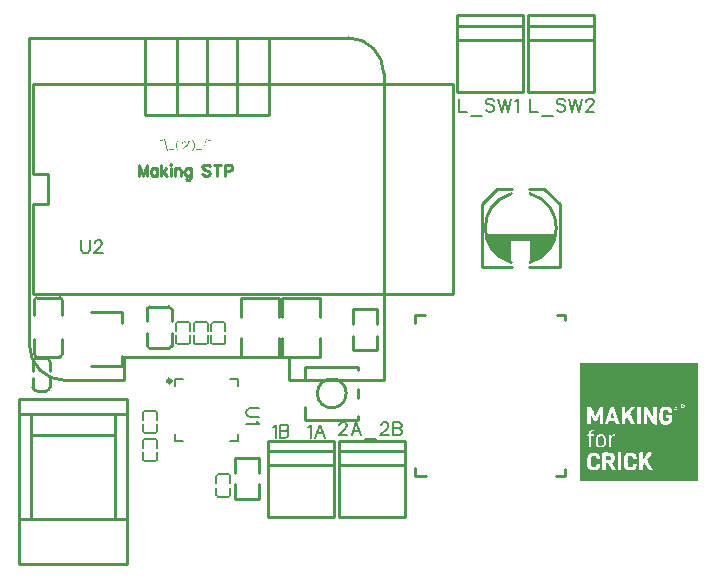
<source format=gto>
G04 Layer: TopSilkLayer*
G04 EasyEDA v6.4.25, 2021-11-25T17:10:39+00:00*
G04 af4d78e2c0a6465aa0e43a92e4f8f8c3,fa2b77c0ec1047208735ea1b46d97466,10*
G04 Gerber Generator version 0.2*
G04 Scale: 100 percent, Rotated: No, Reflected: No *
G04 Dimensions in millimeters *
G04 leading zeros omitted , absolute positions ,4 integer and 5 decimal *
%FSLAX45Y45*%
%MOMM*%

%ADD10C,0.2540*%
%ADD13C,0.3000*%
%ADD34C,0.1500*%
%ADD35C,0.2000*%
%ADD36C,0.1524*%
%ADD37C,0.2500*%

%LPD*%
G36*
X4760010Y1300022D02*
G01*
X4760010Y926642D01*
X4855768Y926642D01*
X4877003Y880821D01*
X4883607Y867359D01*
X4890871Y854049D01*
X4892294Y852068D01*
X4893056Y851509D01*
X4895138Y854913D01*
X4905044Y875233D01*
X4928362Y926490D01*
X4960010Y926642D01*
X4960010Y780846D01*
X4970881Y780846D01*
X5009083Y888034D01*
X5023154Y926642D01*
X5143093Y926642D01*
X5145024Y862533D01*
X5191658Y926642D01*
X5329885Y926642D01*
X5381650Y838555D01*
X5383530Y926642D01*
X5413349Y926642D01*
X5413349Y845261D01*
X5433415Y845261D01*
X5433974Y864260D01*
X5435244Y881126D01*
X5436209Y888136D01*
X5437428Y894384D01*
X5438952Y899871D01*
X5440832Y904697D01*
X5443067Y908913D01*
X5445709Y912621D01*
X5448808Y915873D01*
X5452364Y918768D01*
X5456428Y921359D01*
X5461050Y923747D01*
X5465470Y925474D01*
X5470398Y926896D01*
X5475681Y927963D01*
X5481269Y928624D01*
X5486958Y928979D01*
X5492750Y928979D01*
X5498388Y928624D01*
X5503926Y927912D01*
X5509158Y926896D01*
X5513984Y925525D01*
X5518251Y923798D01*
X5521960Y921816D01*
X5526024Y918616D01*
X5529935Y914704D01*
X5532470Y911606D01*
X5553354Y911606D01*
X5553913Y915263D01*
X5555589Y916432D01*
X5558231Y915060D01*
X5563717Y909015D01*
X5566105Y907694D01*
X5568645Y907237D01*
X5571185Y907694D01*
X5575808Y910945D01*
X5576265Y914958D01*
X5572810Y918971D01*
X5558637Y925525D01*
X5554522Y930300D01*
X5553811Y935888D01*
X5556808Y941832D01*
X5561888Y945337D01*
X5568391Y946505D01*
X5574944Y945235D01*
X5577581Y943356D01*
X5586679Y943356D01*
X5587847Y944626D01*
X5591098Y945692D01*
X5595823Y946403D01*
X5601665Y946658D01*
X5631281Y946658D01*
X5635955Y946302D01*
X5640374Y945235D01*
X5644083Y943711D01*
X5646521Y941832D01*
X5647994Y939393D01*
X5649010Y936193D01*
X5649518Y932738D01*
X5649417Y929335D01*
X5648350Y921664D01*
X5626658Y919581D01*
X5626658Y911656D01*
X5626404Y908405D01*
X5625693Y905459D01*
X5624626Y903071D01*
X5623356Y901649D01*
X5621934Y902411D01*
X5620867Y906373D01*
X5620207Y913333D01*
X5620004Y923137D01*
X5620004Y946658D01*
X5601665Y946658D01*
X5607507Y946403D01*
X5612282Y945692D01*
X5615482Y944626D01*
X5616651Y943356D01*
X5616143Y942035D01*
X5614720Y940968D01*
X5612587Y940257D01*
X5609996Y940003D01*
X5603341Y940003D01*
X5603341Y919784D01*
X5603087Y911453D01*
X5602427Y905510D01*
X5601411Y902208D01*
X5599988Y901649D01*
X5598718Y903884D01*
X5597652Y908456D01*
X5596940Y914653D01*
X5596432Y930554D01*
X5595620Y936142D01*
X5594045Y939139D01*
X5591657Y940003D01*
X5589727Y940257D01*
X5588152Y940968D01*
X5587085Y942035D01*
X5586679Y943356D01*
X5577581Y943356D01*
X5580075Y941578D01*
X5582716Y937209D01*
X5582208Y934821D01*
X5579059Y934669D01*
X5570270Y939037D01*
X5567527Y939698D01*
X5565190Y939292D01*
X5563057Y937717D01*
X5560974Y933958D01*
X5561634Y930402D01*
X5564632Y927709D01*
X5569559Y926642D01*
X5574284Y925931D01*
X5578094Y923899D01*
X5580888Y920902D01*
X5582564Y917295D01*
X5583021Y913384D01*
X5582158Y909472D01*
X5579973Y905967D01*
X5576265Y903122D01*
X5569051Y901395D01*
X5561584Y902716D01*
X5555691Y906322D01*
X5553354Y911606D01*
X5532470Y911606D01*
X5533593Y910234D01*
X5536793Y905357D01*
X5539486Y900328D01*
X5541518Y895248D01*
X5542838Y890371D01*
X5543346Y885850D01*
X5543346Y876655D01*
X5513324Y876655D01*
X5513324Y883107D01*
X5510784Y889711D01*
X5504484Y896264D01*
X5496204Y901344D01*
X5487873Y903325D01*
X5483453Y902919D01*
X5479440Y901649D01*
X5475935Y899515D01*
X5472836Y896518D01*
X5470194Y892657D01*
X5468010Y887933D01*
X5466232Y882396D01*
X5464911Y875944D01*
X5464048Y868629D01*
X5463641Y860399D01*
X5463641Y851357D01*
X5464098Y841400D01*
X5465013Y831138D01*
X5466384Y822807D01*
X5468315Y816203D01*
X5470906Y811123D01*
X5474309Y807466D01*
X5478576Y805078D01*
X5483910Y803757D01*
X5490311Y803351D01*
X5495340Y803757D01*
X5499811Y804926D01*
X5503722Y806856D01*
X5507075Y809447D01*
X5509717Y812698D01*
X5511698Y816508D01*
X5512917Y820877D01*
X5513324Y825753D01*
X5513324Y833323D01*
X5486654Y833323D01*
X5486654Y859993D01*
X5543346Y859993D01*
X5543092Y830834D01*
X5542534Y824433D01*
X5541670Y818337D01*
X5540502Y812596D01*
X5539028Y807262D01*
X5537250Y802284D01*
X5535218Y797763D01*
X5532882Y793648D01*
X5530291Y790041D01*
X5527446Y786942D01*
X5524398Y784352D01*
X5521096Y782320D01*
X5514543Y779424D01*
X5507786Y777240D01*
X5500928Y775716D01*
X5494020Y774903D01*
X5487162Y774750D01*
X5480405Y775309D01*
X5473852Y776478D01*
X5467604Y778306D01*
X5461711Y780796D01*
X5456224Y783894D01*
X5451246Y787603D01*
X5446877Y791921D01*
X5444083Y795375D01*
X5441696Y799084D01*
X5439562Y802995D01*
X5437835Y807364D01*
X5436362Y812088D01*
X5435244Y817372D01*
X5434380Y823264D01*
X5433822Y829818D01*
X5433415Y845261D01*
X5413349Y845261D01*
X5413349Y776325D01*
X5382361Y778357D01*
X5331663Y862584D01*
X5329834Y776681D01*
X5300014Y776681D01*
X5300014Y926642D01*
X5276646Y926642D01*
X5276646Y776681D01*
X5246674Y776681D01*
X5246674Y926642D01*
X5215940Y926592D01*
X5225288Y925982D01*
X5226659Y925525D01*
X5224983Y922883D01*
X5196586Y885647D01*
X5189677Y876249D01*
X5185054Y869340D01*
X5183327Y866038D01*
X5185054Y861923D01*
X5189626Y852982D01*
X5220614Y797610D01*
X5225948Y787704D01*
X5228488Y782523D01*
X5230723Y776681D01*
X5197144Y776681D01*
X5162600Y840536D01*
X5143347Y822096D01*
X5143347Y776681D01*
X5113324Y776681D01*
X5113324Y926642D01*
X5049062Y926642D01*
X5084470Y825804D01*
X5094732Y795782D01*
X5100066Y778967D01*
X5098796Y778002D01*
X5095443Y777392D01*
X5090464Y777138D01*
X5084419Y777341D01*
X5068874Y778357D01*
X5059426Y806653D01*
X5010861Y806653D01*
X5002479Y776681D01*
X4985867Y776681D01*
X4978349Y776884D01*
X4973472Y777646D01*
X4971084Y778916D01*
X4970881Y780846D01*
X4960010Y780846D01*
X4960010Y776681D01*
X4929987Y776681D01*
X4929428Y861669D01*
X4903063Y806653D01*
X4881473Y806653D01*
X4857089Y855014D01*
X4856683Y776681D01*
X4823358Y776681D01*
X4823358Y926642D01*
X4760010Y926642D01*
X4760010Y686663D01*
X4823358Y686663D01*
X4823764Y689559D01*
X4824984Y691642D01*
X4827066Y692912D01*
X4830013Y693318D01*
X4836668Y693318D01*
X4836668Y704545D01*
X4837226Y709625D01*
X4838649Y715060D01*
X4840884Y720242D01*
X4843576Y724560D01*
X4850485Y733348D01*
X4876647Y733348D01*
X4876647Y726643D01*
X4876241Y723646D01*
X4874869Y721563D01*
X4872482Y720394D01*
X4862220Y718870D01*
X4857343Y715568D01*
X4854346Y710133D01*
X4853330Y702665D01*
X4853330Y693318D01*
X4876647Y693318D01*
X4876647Y680008D01*
X4853330Y680008D01*
X4853330Y640283D01*
X4894986Y640283D01*
X4895037Y669544D01*
X4901996Y678942D01*
X4905552Y682955D01*
X4909718Y686409D01*
X4914493Y689356D01*
X4919675Y691692D01*
X4925212Y693470D01*
X4931003Y694639D01*
X4936896Y695198D01*
X4942840Y695147D01*
X4948682Y694436D01*
X4954371Y693013D01*
X4959756Y690981D01*
X4964734Y688187D01*
X4968798Y685088D01*
X4972100Y681380D01*
X4974742Y676910D01*
X4976825Y671525D01*
X4978298Y664921D01*
X4979263Y656945D01*
X4979822Y647446D01*
X4980025Y636168D01*
X4980025Y605993D01*
X4957318Y583336D01*
X5006695Y583336D01*
X5006695Y693318D01*
X5015026Y693318D01*
X5018633Y692962D01*
X5021224Y691946D01*
X5022799Y690219D01*
X5023358Y687832D01*
X5023358Y682294D01*
X5029149Y687374D01*
X5034432Y691388D01*
X5039817Y694080D01*
X5045710Y695706D01*
X5052517Y696417D01*
X5059984Y696671D01*
X5059984Y680008D01*
X5049875Y680008D01*
X5045049Y679450D01*
X5040223Y677824D01*
X5035651Y675233D01*
X5031536Y671830D01*
X5023358Y663651D01*
X5023358Y583336D01*
X4933899Y583488D01*
X4928158Y583946D01*
X4923028Y584809D01*
X4918354Y586028D01*
X4914188Y587654D01*
X4910480Y589737D01*
X4907280Y592226D01*
X4904435Y595274D01*
X4902047Y598779D01*
X4900066Y602894D01*
X4898440Y607517D01*
X4897120Y612749D01*
X4896154Y618642D01*
X4895494Y625144D01*
X4894986Y640283D01*
X4853330Y640283D01*
X4853330Y583336D01*
X4836668Y583336D01*
X4836668Y680008D01*
X4830013Y680008D01*
X4827066Y680415D01*
X4824984Y681685D01*
X4823764Y683768D01*
X4823358Y686663D01*
X4760010Y686663D01*
X4760010Y428091D01*
X4823358Y428091D01*
X4823409Y470560D01*
X4824018Y486003D01*
X4824577Y492506D01*
X4825339Y498348D01*
X4826304Y503580D01*
X4827473Y508254D01*
X4828946Y512470D01*
X4830622Y516229D01*
X4832604Y519684D01*
X4834839Y522884D01*
X4837430Y525881D01*
X4841443Y529945D01*
X4845405Y533146D01*
X4849520Y535584D01*
X4854092Y537362D01*
X4859375Y538480D01*
X4865674Y539089D01*
X4873244Y539242D01*
X4906365Y538226D01*
X4916576Y528421D01*
X4920284Y524256D01*
X4923739Y519226D01*
X4926787Y513638D01*
X4929327Y507898D01*
X4931206Y502310D01*
X4932324Y497230D01*
X4932527Y492963D01*
X4931613Y489915D01*
X4929835Y488645D01*
X4926431Y487629D01*
X4921961Y486918D01*
X4916830Y486664D01*
X4904079Y486664D01*
X4902047Y494741D01*
X4900828Y498348D01*
X4899050Y502005D01*
X4896967Y505409D01*
X4894783Y508101D01*
X4891430Y510540D01*
X4887417Y512216D01*
X4882845Y513080D01*
X4878070Y513232D01*
X4873244Y512572D01*
X4868722Y511200D01*
X4864658Y509117D01*
X4861356Y506323D01*
X4855006Y499313D01*
X4853686Y466445D01*
X4853736Y454964D01*
X4854244Y444500D01*
X4855159Y436219D01*
X4855718Y433324D01*
X4857648Y427990D01*
X4860391Y423570D01*
X4863744Y419963D01*
X4867605Y417271D01*
X4871872Y415493D01*
X4876342Y414629D01*
X4880864Y414680D01*
X4885385Y415696D01*
X4889652Y417626D01*
X4893564Y420573D01*
X4896967Y424484D01*
X4899761Y429361D01*
X4904536Y439978D01*
X4933848Y439978D01*
X4931511Y429158D01*
X4929835Y422452D01*
X4927854Y416458D01*
X4925466Y411073D01*
X4922723Y406349D01*
X4919472Y402234D01*
X4915814Y398678D01*
X4911598Y395630D01*
X4906924Y393141D01*
X4901590Y391109D01*
X4897408Y389991D01*
X4950002Y389991D01*
X4950104Y482142D01*
X4950663Y514807D01*
X4951628Y534568D01*
X4952238Y537768D01*
X4954473Y538734D01*
X4958791Y539394D01*
X4964785Y539851D01*
X4980330Y540156D01*
X4986883Y540004D01*
X5110022Y540004D01*
X5110022Y468630D01*
X5133543Y468630D01*
X5133594Y482701D01*
X5134000Y494233D01*
X5134762Y501599D01*
X5136184Y506628D01*
X5138470Y511911D01*
X5141468Y517245D01*
X5145024Y522427D01*
X5148935Y527151D01*
X5153101Y531266D01*
X5157317Y534568D01*
X5161381Y536752D01*
X5167274Y538480D01*
X5174538Y539546D01*
X5182565Y539953D01*
X5191048Y539750D01*
X5199380Y538988D01*
X5207101Y537667D01*
X5213807Y535838D01*
X5218988Y533501D01*
X5223814Y530250D01*
X5227980Y526796D01*
X5231536Y523036D01*
X5234533Y519074D01*
X5236921Y514756D01*
X5238750Y510133D01*
X5240020Y505206D01*
X5240731Y499922D01*
X5241645Y488340D01*
X5211775Y488340D01*
X5210556Y494995D01*
X5207812Y502462D01*
X5202986Y508254D01*
X5196433Y511962D01*
X5188661Y513283D01*
X5180888Y512724D01*
X5175300Y510844D01*
X5170982Y507085D01*
X5167172Y501040D01*
X5166004Y497738D01*
X5165039Y492912D01*
X5164328Y486816D01*
X5163820Y479806D01*
X5163464Y464159D01*
X5163972Y448513D01*
X5165344Y435305D01*
X5166360Y430377D01*
X5167528Y426923D01*
X5170271Y422859D01*
X5173675Y419658D01*
X5177637Y417271D01*
X5182006Y415696D01*
X5186527Y414934D01*
X5191099Y414985D01*
X5195519Y415798D01*
X5199583Y417372D01*
X5203240Y419658D01*
X5206187Y422706D01*
X5208270Y426415D01*
X5209387Y430834D01*
X5210454Y439978D01*
X5243880Y439978D01*
X5241544Y429158D01*
X5239867Y422452D01*
X5237835Y416458D01*
X5235498Y411073D01*
X5232704Y406349D01*
X5229504Y402234D01*
X5225796Y398678D01*
X5221630Y395630D01*
X5216906Y393141D01*
X5211622Y391109D01*
X5207440Y389991D01*
X5259984Y389991D01*
X5260187Y491235D01*
X5260848Y521208D01*
X5261356Y531164D01*
X5261914Y536803D01*
X5262219Y537768D01*
X5264200Y538632D01*
X5268010Y539343D01*
X5273040Y539800D01*
X5278780Y540004D01*
X5293106Y540004D01*
X5294985Y476046D01*
X5341061Y540004D01*
X5365800Y539851D01*
X5371439Y539445D01*
X5375249Y538835D01*
X5376672Y538073D01*
X5375046Y535279D01*
X5364073Y520649D01*
X5332882Y481482D01*
X5333085Y478078D01*
X5335473Y471322D01*
X5339689Y462127D01*
X5348630Y445820D01*
X5380482Y389991D01*
X5344922Y389991D01*
X5328361Y420014D01*
X5321706Y431647D01*
X5315915Y441198D01*
X5311648Y447649D01*
X5309412Y449986D01*
X5307990Y449224D01*
X5305755Y447141D01*
X5300218Y440334D01*
X5296966Y434695D01*
X5294833Y428294D01*
X5293664Y420420D01*
X5293360Y410311D01*
X5293360Y389991D01*
X5207440Y389991D01*
X5205730Y389534D01*
X5199176Y388416D01*
X5191963Y387705D01*
X5183581Y387451D01*
X5175961Y387959D01*
X5168900Y389178D01*
X5162499Y391261D01*
X5156657Y394106D01*
X5151272Y397764D01*
X5146395Y402285D01*
X5141976Y407670D01*
X5135118Y417017D01*
X5133644Y461111D01*
X5133543Y468630D01*
X5110022Y468630D01*
X5110022Y389991D01*
X5080000Y389991D01*
X5080000Y540004D01*
X4989068Y539953D01*
X5006644Y539089D01*
X5014722Y538378D01*
X5021732Y537514D01*
X5027371Y536549D01*
X5031232Y535381D01*
X5037226Y532434D01*
X5042408Y528929D01*
X5046776Y524865D01*
X5050332Y520242D01*
X5053126Y515061D01*
X5055108Y509270D01*
X5056276Y502920D01*
X5056682Y496011D01*
X5056479Y489407D01*
X5055870Y483565D01*
X5054803Y478383D01*
X5053228Y473760D01*
X5051094Y469493D01*
X5048300Y465582D01*
X5044897Y461822D01*
X5040782Y458114D01*
X5032400Y451205D01*
X5053888Y410108D01*
X5063337Y391058D01*
X5061966Y390652D01*
X5052618Y390194D01*
X5028336Y390347D01*
X5000244Y449986D01*
X4983327Y449986D01*
X4983327Y389991D01*
X4897408Y389991D01*
X4889195Y388416D01*
X4881981Y387705D01*
X4875530Y387400D01*
X4869637Y387502D01*
X4864150Y388010D01*
X4859121Y388924D01*
X4854498Y390296D01*
X4850231Y392125D01*
X4846320Y394360D01*
X4842713Y397154D01*
X4839411Y400354D01*
X4836312Y404114D01*
X4833467Y408381D01*
X4830826Y413207D01*
X4823358Y428091D01*
X4760010Y428091D01*
X4760010Y300024D01*
X5760008Y300024D01*
X5760008Y1300022D01*
G37*
G36*
X5630570Y939546D02*
G01*
X5628284Y938733D01*
X5627014Y936802D01*
X5626658Y933551D01*
X5627116Y930300D01*
X5628538Y928166D01*
X5631180Y926998D01*
X5635244Y926642D01*
X5641238Y928420D01*
X5642965Y932434D01*
X5640527Y936752D01*
X5634126Y939393D01*
G37*
G36*
X5035499Y883310D02*
G01*
X5033467Y877671D01*
X5024678Y848715D01*
X5021478Y839012D01*
X5019294Y833323D01*
X5040630Y833475D01*
X5045506Y833932D01*
X5048808Y834542D01*
X5050028Y835304D01*
X5047843Y843838D01*
X5036362Y881380D01*
G37*
G36*
X4944872Y679805D02*
G01*
X4935778Y679704D01*
X4926787Y677468D01*
X4919980Y673354D01*
X4913325Y666648D01*
X4913477Y629259D01*
X4913731Y621487D01*
X4914341Y615492D01*
X4915357Y610920D01*
X4916881Y607517D01*
X4919014Y604875D01*
X4921910Y602640D01*
X4925618Y600506D01*
X4933746Y597408D01*
X4941265Y597103D01*
X4948377Y599541D01*
X4955133Y604824D01*
X4963312Y613054D01*
X4963160Y644804D01*
X4962652Y651967D01*
X4961788Y658266D01*
X4960569Y663702D01*
X4958994Y668274D01*
X4957064Y672084D01*
X4954727Y675132D01*
X4951984Y677468D01*
G37*
G36*
X4983327Y513334D02*
G01*
X4983327Y473354D01*
X4997602Y473354D01*
X5004104Y473659D01*
X5009896Y474675D01*
X5014874Y476351D01*
X5018989Y478586D01*
X5022291Y481482D01*
X5024729Y484885D01*
X5026152Y488848D01*
X5026660Y493318D01*
X5026152Y497789D01*
X5024729Y501802D01*
X5022291Y505206D01*
X5018989Y508050D01*
X5014874Y510336D01*
X5009896Y511962D01*
X5004104Y512978D01*
X4997602Y513334D01*
G37*
G36*
X1476502Y3194812D02*
G01*
X1474216Y3192780D01*
X1478737Y3185972D01*
X1482445Y3179521D01*
X1485392Y3173374D01*
X1487678Y3167329D01*
X1489354Y3161385D01*
X1490421Y3155289D01*
X1491030Y3149041D01*
X1491234Y3142488D01*
X1491030Y3135833D01*
X1490421Y3129534D01*
X1489354Y3123488D01*
X1487678Y3117494D01*
X1485392Y3111500D01*
X1482445Y3105302D01*
X1478737Y3098850D01*
X1474216Y3091942D01*
X1476502Y3090164D01*
X1482039Y3095802D01*
X1486763Y3101644D01*
X1490726Y3107791D01*
X1493977Y3114141D01*
X1496466Y3120796D01*
X1498193Y3127705D01*
X1499260Y3134918D01*
X1499616Y3142488D01*
X1499260Y3150006D01*
X1498244Y3157220D01*
X1496466Y3164128D01*
X1493977Y3170732D01*
X1490726Y3177082D01*
X1486763Y3183229D01*
X1482039Y3189122D01*
G37*
G36*
X1364234Y3194812D02*
G01*
X1358696Y3189122D01*
X1353972Y3183229D01*
X1350010Y3177082D01*
X1346758Y3170732D01*
X1344269Y3164128D01*
X1342542Y3157220D01*
X1341475Y3150006D01*
X1341120Y3142488D01*
X1341475Y3134918D01*
X1342542Y3127705D01*
X1344269Y3120796D01*
X1346758Y3114141D01*
X1350010Y3107791D01*
X1353972Y3101644D01*
X1358696Y3095802D01*
X1364234Y3090164D01*
X1366520Y3091942D01*
X1361998Y3098749D01*
X1358290Y3105200D01*
X1355344Y3111347D01*
X1353058Y3117392D01*
X1351381Y3123438D01*
X1350314Y3129534D01*
X1349705Y3135833D01*
X1349502Y3142488D01*
X1349705Y3149041D01*
X1350314Y3155289D01*
X1351381Y3161385D01*
X1353058Y3167329D01*
X1355344Y3173374D01*
X1358290Y3179521D01*
X1361998Y3185972D01*
X1366520Y3192780D01*
G37*
G36*
X1596136Y3190494D02*
G01*
X1566164Y3093720D01*
X1572260Y3093720D01*
X1601978Y3190494D01*
G37*
G36*
X1238758Y3190494D02*
G01*
X1268476Y3093720D01*
X1274318Y3093720D01*
X1244600Y3190494D01*
G37*
G36*
X1610106Y3184906D02*
G01*
X1610106Y3178302D01*
X1639316Y3178302D01*
X1639316Y3184906D01*
G37*
G36*
X1201420Y3184906D02*
G01*
X1201420Y3178302D01*
X1230630Y3178302D01*
X1230630Y3184906D01*
G37*
G36*
X1407414Y3181858D02*
G01*
X1405636Y3180588D01*
X1409547Y3175203D01*
X1412748Y3169666D01*
X1414678Y3164890D01*
X1415999Y3160979D01*
X1417523Y3158439D01*
X1419860Y3157474D01*
X1421638Y3157778D01*
X1423111Y3158591D01*
X1424076Y3160064D01*
X1424432Y3162046D01*
X1423924Y3165602D01*
X1422501Y3169005D01*
X1420266Y3172155D01*
X1417320Y3175000D01*
X1412646Y3178606D01*
G37*
G36*
X1441297Y3181756D02*
G01*
X1439672Y3181604D01*
X1439164Y3179572D01*
X1442567Y3178149D01*
X1444853Y3176778D01*
X1446123Y3175406D01*
X1446530Y3173984D01*
X1446326Y3172155D01*
X1444498Y3166719D01*
X1440891Y3159404D01*
X1435608Y3150768D01*
X1428597Y3141370D01*
X1424482Y3136595D01*
X1419961Y3131769D01*
X1415034Y3127095D01*
X1409700Y3122523D01*
X1404010Y3118205D01*
X1397914Y3114141D01*
X1391412Y3110484D01*
X1392936Y3108198D01*
X1400708Y3111500D01*
X1407922Y3115157D01*
X1414576Y3119272D01*
X1420723Y3123692D01*
X1426362Y3128416D01*
X1431544Y3133344D01*
X1436217Y3138474D01*
X1440484Y3143758D01*
X1444294Y3149142D01*
X1447698Y3154527D01*
X1450746Y3159963D01*
X1453388Y3165348D01*
X1454759Y3167227D01*
X1457452Y3169869D01*
X1457960Y3171444D01*
X1456944Y3174390D01*
X1454302Y3177438D01*
X1450695Y3179978D01*
X1446784Y3181350D01*
X1443024Y3181756D01*
G37*
G36*
X1383792Y3175000D02*
G01*
X1382014Y3173476D01*
X1384046Y3171037D01*
X1387652Y3165449D01*
X1389380Y3162300D01*
X1393139Y3153308D01*
X1394815Y3150768D01*
X1397254Y3149854D01*
X1399082Y3150209D01*
X1400454Y3151174D01*
X1401267Y3152648D01*
X1401572Y3154426D01*
X1400911Y3157728D01*
X1399286Y3161182D01*
X1396695Y3164687D01*
X1391259Y3169920D01*
X1386433Y3173476D01*
G37*
G36*
X1513332Y3110992D02*
G01*
X1513332Y3104388D01*
X1561338Y3104388D01*
X1561338Y3110992D01*
G37*
G36*
X1279398Y3110992D02*
G01*
X1279398Y3104388D01*
X1327404Y3104388D01*
X1327404Y3110992D01*
G37*
D36*
X2725165Y769365D02*
G01*
X2725165Y774445D01*
X2730500Y784860D01*
X2735579Y790194D01*
X2745993Y795273D01*
X2766822Y795273D01*
X2777236Y790194D01*
X2782315Y784860D01*
X2787650Y774445D01*
X2787650Y764286D01*
X2782315Y753871D01*
X2771902Y738123D01*
X2720086Y686307D01*
X2792729Y686307D01*
X2868675Y795273D02*
G01*
X2827020Y686307D01*
X2868675Y795273D02*
G01*
X2910077Y686307D01*
X2842513Y722629D02*
G01*
X2894584Y722629D01*
X2944368Y649986D02*
G01*
X3038093Y649986D01*
X3077463Y769365D02*
G01*
X3077463Y774445D01*
X3082543Y784860D01*
X3087877Y790194D01*
X3098291Y795273D01*
X3119120Y795273D01*
X3129534Y790194D01*
X3134613Y784860D01*
X3139693Y774445D01*
X3139693Y764286D01*
X3134613Y753871D01*
X3124200Y738123D01*
X3072384Y686307D01*
X3145027Y686307D01*
X3179318Y795273D02*
G01*
X3179318Y686307D01*
X3179318Y795273D02*
G01*
X3226054Y795273D01*
X3241547Y790194D01*
X3246881Y784860D01*
X3251961Y774445D01*
X3251961Y764286D01*
X3246881Y753871D01*
X3241547Y748537D01*
X3226054Y743457D01*
X3179318Y743457D02*
G01*
X3226054Y743457D01*
X3241547Y738123D01*
X3246881Y733044D01*
X3251961Y722629D01*
X3251961Y707136D01*
X3246881Y696721D01*
X3241547Y691387D01*
X3226054Y686307D01*
X3179318Y686307D01*
X2160015Y754634D02*
G01*
X2170429Y759713D01*
X2185924Y775207D01*
X2185924Y666242D01*
X2220213Y775207D02*
G01*
X2220213Y666242D01*
X2220213Y775207D02*
G01*
X2266950Y775207D01*
X2282697Y770128D01*
X2287777Y765047D01*
X2293111Y754634D01*
X2293111Y744220D01*
X2287777Y733805D01*
X2282697Y728471D01*
X2266950Y723392D01*
X2220213Y723392D02*
G01*
X2266950Y723392D01*
X2282697Y718057D01*
X2287777Y712978D01*
X2293111Y702563D01*
X2293111Y687070D01*
X2287777Y676655D01*
X2282697Y671321D01*
X2266950Y666242D01*
X2220213Y666242D01*
X2327402Y629920D02*
G01*
X2420874Y629920D01*
X2455163Y754634D02*
G01*
X2465577Y759713D01*
X2481072Y775207D01*
X2481072Y666242D01*
X2557018Y775207D02*
G01*
X2515361Y666242D01*
X2557018Y775207D02*
G01*
X2598420Y666242D01*
X2530856Y702563D02*
G01*
X2582925Y702563D01*
X4340103Y3535418D02*
G01*
X4340103Y3426198D01*
X4340103Y3426198D02*
G01*
X4402333Y3426198D01*
X4436623Y3389876D02*
G01*
X4530095Y3389876D01*
X4637283Y3519670D02*
G01*
X4626869Y3530084D01*
X4611121Y3535418D01*
X4590547Y3535418D01*
X4574799Y3530084D01*
X4564385Y3519670D01*
X4564385Y3509256D01*
X4569719Y3499096D01*
X4574799Y3493762D01*
X4585213Y3488682D01*
X4616455Y3478268D01*
X4626869Y3472934D01*
X4631949Y3467854D01*
X4637283Y3457440D01*
X4637283Y3441946D01*
X4626869Y3431532D01*
X4611121Y3426198D01*
X4590547Y3426198D01*
X4574799Y3431532D01*
X4564385Y3441946D01*
X4671573Y3535418D02*
G01*
X4697481Y3426198D01*
X4723389Y3535418D02*
G01*
X4697481Y3426198D01*
X4723389Y3535418D02*
G01*
X4749297Y3426198D01*
X4775459Y3535418D02*
G01*
X4749297Y3426198D01*
X4814829Y3509256D02*
G01*
X4814829Y3514590D01*
X4820163Y3525004D01*
X4825243Y3530084D01*
X4835657Y3535418D01*
X4856485Y3535418D01*
X4866899Y3530084D01*
X4871979Y3525004D01*
X4877313Y3514590D01*
X4877313Y3504176D01*
X4871979Y3493762D01*
X4861565Y3478268D01*
X4809749Y3426198D01*
X4882393Y3426198D01*
X3739901Y3535418D02*
G01*
X3739901Y3426198D01*
X3739901Y3426198D02*
G01*
X3802385Y3426198D01*
X3836675Y3389876D02*
G01*
X3930147Y3389876D01*
X4037081Y3519670D02*
G01*
X4026667Y3530084D01*
X4011173Y3535418D01*
X3990345Y3535418D01*
X3974851Y3530084D01*
X3964437Y3519670D01*
X3964437Y3509256D01*
X3969517Y3499096D01*
X3974851Y3493762D01*
X3985265Y3488682D01*
X4016507Y3478268D01*
X4026667Y3472934D01*
X4032001Y3467854D01*
X4037081Y3457440D01*
X4037081Y3441946D01*
X4026667Y3431532D01*
X4011173Y3426198D01*
X3990345Y3426198D01*
X3974851Y3431532D01*
X3964437Y3441946D01*
X4071371Y3535418D02*
G01*
X4097533Y3426198D01*
X4123441Y3535418D02*
G01*
X4097533Y3426198D01*
X4123441Y3535418D02*
G01*
X4149349Y3426198D01*
X4175257Y3535418D02*
G01*
X4149349Y3426198D01*
X4209547Y3514590D02*
G01*
X4219961Y3519670D01*
X4235709Y3535418D01*
X4235709Y3426198D01*
X540004Y2335276D02*
G01*
X540004Y2257297D01*
X545084Y2241804D01*
X555497Y2231389D01*
X571245Y2226310D01*
X581660Y2226310D01*
X597154Y2231389D01*
X607568Y2241804D01*
X612647Y2257297D01*
X612647Y2335276D01*
X652271Y2309368D02*
G01*
X652271Y2314447D01*
X657352Y2324862D01*
X662686Y2330195D01*
X673100Y2335276D01*
X693673Y2335276D01*
X704087Y2330195D01*
X709421Y2324862D01*
X714502Y2314447D01*
X714502Y2304287D01*
X709421Y2293873D01*
X699007Y2278126D01*
X646937Y2226310D01*
X719836Y2226310D01*
X2046442Y913627D02*
G01*
X1968464Y913627D01*
X1952970Y908547D01*
X1942556Y898133D01*
X1937476Y882385D01*
X1937476Y871971D01*
X1942556Y856477D01*
X1952970Y846063D01*
X1968464Y840983D01*
X2046442Y840983D01*
X2025614Y806693D02*
G01*
X2030948Y796279D01*
X2046442Y780531D01*
X1937476Y780531D01*
D37*
X1024381Y2976118D02*
G01*
X1024381Y2880613D01*
X1024381Y2976118D02*
G01*
X1060704Y2880613D01*
X1097279Y2976118D02*
G01*
X1060704Y2880613D01*
X1097279Y2976118D02*
G01*
X1097279Y2880613D01*
X1181607Y2944368D02*
G01*
X1181607Y2880613D01*
X1181607Y2930652D02*
G01*
X1172718Y2939795D01*
X1163573Y2944368D01*
X1149857Y2944368D01*
X1140713Y2939795D01*
X1131823Y2930652D01*
X1127252Y2917189D01*
X1127252Y2908045D01*
X1131823Y2894329D01*
X1140713Y2885186D01*
X1149857Y2880613D01*
X1163573Y2880613D01*
X1172718Y2885186D01*
X1181607Y2894329D01*
X1211579Y2976118D02*
G01*
X1211579Y2880613D01*
X1257045Y2944368D02*
G01*
X1211579Y2898902D01*
X1229868Y2917189D02*
G01*
X1261618Y2880613D01*
X1291589Y2976118D02*
G01*
X1296162Y2971545D01*
X1300734Y2976118D01*
X1296162Y2980689D01*
X1291589Y2976118D01*
X1296162Y2944368D02*
G01*
X1296162Y2880613D01*
X1330705Y2944368D02*
G01*
X1330705Y2880613D01*
X1330705Y2926079D02*
G01*
X1344421Y2939795D01*
X1353565Y2944368D01*
X1367281Y2944368D01*
X1376171Y2939795D01*
X1380744Y2926079D01*
X1380744Y2880613D01*
X1465326Y2944368D02*
G01*
X1465326Y2871723D01*
X1460754Y2858007D01*
X1456181Y2853436D01*
X1447037Y2848863D01*
X1433576Y2848863D01*
X1424431Y2853436D01*
X1465326Y2930652D02*
G01*
X1456181Y2939795D01*
X1447037Y2944368D01*
X1433576Y2944368D01*
X1424431Y2939795D01*
X1415287Y2930652D01*
X1410715Y2917189D01*
X1410715Y2908045D01*
X1415287Y2894329D01*
X1424431Y2885186D01*
X1433576Y2880613D01*
X1447037Y2880613D01*
X1456181Y2885186D01*
X1465326Y2894329D01*
X1628902Y2962402D02*
G01*
X1620012Y2971545D01*
X1606295Y2976118D01*
X1588007Y2976118D01*
X1574545Y2971545D01*
X1565402Y2962402D01*
X1565402Y2953512D01*
X1569973Y2944368D01*
X1574545Y2939795D01*
X1583436Y2935223D01*
X1610868Y2926079D01*
X1620012Y2921507D01*
X1624329Y2917189D01*
X1628902Y2908045D01*
X1628902Y2894329D01*
X1620012Y2885186D01*
X1606295Y2880613D01*
X1588007Y2880613D01*
X1574545Y2885186D01*
X1565402Y2894329D01*
X1690878Y2976118D02*
G01*
X1690878Y2880613D01*
X1658873Y2976118D02*
G01*
X1722628Y2976118D01*
X1752600Y2976118D02*
G01*
X1752600Y2880613D01*
X1752600Y2976118D02*
G01*
X1793494Y2976118D01*
X1807210Y2971545D01*
X1811781Y2966973D01*
X1816354Y2958084D01*
X1816354Y2944368D01*
X1811781Y2935223D01*
X1807210Y2930652D01*
X1793494Y2926079D01*
X1752600Y2926079D01*
G36*
X3960012Y2389987D02*
G01*
X3980027Y2340000D01*
X4020007Y2259990D01*
X4049979Y2220010D01*
X4090009Y2199995D01*
X4119981Y2170023D01*
X4160012Y2160016D01*
X4180027Y2150008D01*
X4180027Y2329992D01*
X4339996Y2329992D01*
X4339996Y2150008D01*
X4399991Y2170023D01*
X4440021Y2189988D01*
X4469993Y2220010D01*
X4490008Y2249982D01*
X4519980Y2280005D01*
X4539996Y2329992D01*
X4550003Y2389987D01*
G37*
D10*
X3277994Y639973D02*
G01*
X3277994Y-10027D01*
X2721996Y552429D02*
G01*
X3277994Y552429D01*
X2721996Y639970D02*
G01*
X3277994Y639970D01*
X2721996Y432686D02*
G01*
X3277994Y432686D01*
X2721996Y-10027D02*
G01*
X3277994Y-10027D01*
X2721993Y639973D02*
G01*
X2721993Y-10027D01*
X2678046Y639973D02*
G01*
X2678046Y-10027D01*
X2122048Y552429D02*
G01*
X2678046Y552429D01*
X2122048Y639970D02*
G01*
X2678046Y639970D01*
X2122048Y432686D02*
G01*
X2678046Y432686D01*
X2122048Y-10027D02*
G01*
X2678046Y-10027D01*
X2122045Y639973D02*
G01*
X2122045Y-10027D01*
X4877940Y4239915D02*
G01*
X4877940Y3589914D01*
X4321942Y4152371D02*
G01*
X4877940Y4152371D01*
X4321942Y4239912D02*
G01*
X4877940Y4239912D01*
X4321942Y4032628D02*
G01*
X4877940Y4032628D01*
X4321942Y3589914D02*
G01*
X4877940Y3589914D01*
X4321939Y4239915D02*
G01*
X4321939Y3589914D01*
X4277992Y4239915D02*
G01*
X4277992Y3589914D01*
X3721994Y4152371D02*
G01*
X4277992Y4152371D01*
X3721994Y4239912D02*
G01*
X4277992Y4239912D01*
X3721994Y4032628D02*
G01*
X4277992Y4032628D01*
X3721994Y3589914D02*
G01*
X4277992Y3589914D01*
X3721991Y4239915D02*
G01*
X3721991Y3589914D01*
X3930055Y2109800D02*
G01*
X3930055Y2639644D01*
X4589947Y2639644D02*
G01*
X4589947Y2109800D01*
X4060103Y2769692D02*
G01*
X3930055Y2639644D01*
X4459899Y2769692D02*
G01*
X4589947Y2639644D01*
X4459899Y2769692D02*
G01*
X4333153Y2769692D01*
X4186849Y2769692D02*
G01*
X4060103Y2769692D01*
X4589947Y2109800D02*
G01*
X4333153Y2109800D01*
X4186849Y2109800D02*
G01*
X3930055Y2109800D01*
X257047Y2645918D02*
G01*
X257047Y2899918D01*
X130047Y2899918D01*
X130047Y3661918D01*
X3686047Y3661918D01*
X3686047Y1883918D01*
X130047Y1883918D01*
X130047Y2645918D01*
X257047Y2645918D01*
X885040Y1359994D02*
G01*
X885040Y1270002D01*
X625020Y1270002D01*
X625020Y1729996D02*
G01*
X885040Y1729996D01*
X885040Y1640004D01*
X130200Y1228867D02*
G01*
X130200Y1308869D01*
X241180Y1339850D02*
G01*
X161180Y1339850D01*
X272163Y1228867D02*
G01*
X272163Y1308869D01*
X129616Y1171277D02*
G01*
X129616Y1091283D01*
X271579Y1171277D02*
G01*
X271579Y1091283D01*
X240598Y1060300D02*
G01*
X160596Y1060300D01*
X1838004Y269999D02*
G01*
X1838004Y144998D01*
X2041997Y269999D02*
G01*
X2041997Y144998D01*
X1838004Y369999D02*
G01*
X1838004Y495000D01*
X2041997Y369999D02*
G01*
X2041997Y495000D01*
X1838004Y144995D02*
G01*
X2041997Y144998D01*
X1838004Y495000D02*
G01*
X2041997Y495000D01*
X2886062Y1075560D02*
G01*
X2886062Y1004440D01*
X2886062Y1266060D02*
G01*
X2886062Y1235580D01*
X2886062Y844420D02*
G01*
X2886062Y813940D01*
X2886062Y813940D02*
G01*
X2433942Y813940D01*
X2433942Y813940D02*
G01*
X2433942Y925700D01*
X2433942Y1154300D02*
G01*
X2433942Y1266060D01*
X2433942Y1266060D02*
G01*
X2886062Y1266060D01*
X2838005Y1530002D02*
G01*
X2838005Y1405001D01*
X3041997Y1530002D02*
G01*
X3041997Y1405001D01*
X2838005Y1630001D02*
G01*
X2838005Y1755002D01*
X3041997Y1630001D02*
G01*
X3041997Y1755002D01*
X2838005Y1404998D02*
G01*
X3041997Y1405001D01*
X2838005Y1755002D02*
G01*
X3041997Y1755002D01*
D34*
X1800009Y277995D02*
G01*
X1800009Y339999D01*
X1800009Y241990D02*
G01*
X1800009Y179999D01*
X1680004Y241990D02*
G01*
X1680004Y179999D01*
X1700004Y164990D02*
G01*
X1780001Y164990D01*
X1680004Y277995D02*
G01*
X1680004Y339999D01*
X1700004Y354995D02*
G01*
X1780001Y354995D01*
X1695013Y164990D02*
G01*
X1700004Y164990D01*
X1785000Y164990D02*
G01*
X1780001Y164990D01*
X1695000Y354995D02*
G01*
X1700004Y354995D01*
X1785012Y354995D02*
G01*
X1780001Y354995D01*
D10*
X3457455Y342521D02*
G01*
X3362459Y342521D01*
X3362459Y410085D01*
X3447549Y1707517D02*
G01*
X3362459Y1707517D01*
X3362459Y1639953D01*
X4637539Y399925D02*
G01*
X4637539Y342521D01*
X4557529Y342521D01*
X4567435Y1707517D02*
G01*
X4637539Y1707517D01*
X4637539Y1657479D01*
D35*
X1334996Y1100020D02*
G01*
X1334996Y1165019D01*
X1399994Y1165019D01*
X1864992Y1100020D02*
G01*
X1864992Y1165019D01*
X1799993Y1165019D01*
X1799993Y635022D02*
G01*
X1864992Y635022D01*
X1864992Y700021D01*
X1334996Y700021D02*
G01*
X1334996Y635022D01*
X1399994Y635022D01*
D10*
X465000Y-401995D02*
G01*
X922200Y-401995D01*
X922200Y664804D02*
G01*
X922200Y-401995D01*
X465000Y-401995D02*
G01*
X7800Y-401995D01*
X7800Y995004D01*
X922200Y995004D01*
X922200Y537804D01*
X7800Y-20952D02*
G01*
X922200Y-20952D01*
X7800Y868004D02*
G01*
X922200Y868004D01*
X109400Y-20995D02*
G01*
X109400Y868004D01*
X820600Y-20995D02*
G01*
X820600Y868004D01*
X109400Y690204D02*
G01*
X820600Y690204D01*
D34*
X1489991Y1532003D02*
G01*
X1489991Y1469999D01*
X1489991Y1568008D02*
G01*
X1489991Y1629999D01*
X1609996Y1568008D02*
G01*
X1609996Y1629999D01*
X1589996Y1645008D02*
G01*
X1509999Y1645008D01*
X1609996Y1532003D02*
G01*
X1609996Y1469999D01*
X1589996Y1455003D02*
G01*
X1509999Y1455003D01*
X1594987Y1645008D02*
G01*
X1589996Y1645008D01*
X1505000Y1645008D02*
G01*
X1509999Y1645008D01*
X1595000Y1455003D02*
G01*
X1589996Y1455003D01*
X1504988Y1455003D02*
G01*
X1509999Y1455003D01*
D10*
X2239998Y1349994D02*
G01*
X2560002Y1349994D01*
X2560002Y1689991D02*
G01*
X2560002Y1849993D01*
X2239998Y1689991D02*
G01*
X2239998Y1849993D01*
X2560002Y1509996D02*
G01*
X2560002Y1349994D01*
X2239998Y1509996D02*
G01*
X2239998Y1349994D01*
X2239998Y1849993D02*
G01*
X2560002Y1849993D01*
X1889998Y1349994D02*
G01*
X2210003Y1349994D01*
X2210003Y1689991D02*
G01*
X2210003Y1849993D01*
X1889998Y1689991D02*
G01*
X1889998Y1849993D01*
X2210003Y1509996D02*
G01*
X2210003Y1349994D01*
X1889998Y1509996D02*
G01*
X1889998Y1349994D01*
X1889998Y1849993D02*
G01*
X2210003Y1849993D01*
X1280002Y1424995D02*
G01*
X1120000Y1424995D01*
X1280002Y1775002D02*
G01*
X1119997Y1775000D01*
X1095999Y1549999D02*
G01*
X1095999Y1445000D01*
X1304000Y1549999D02*
G01*
X1304000Y1445000D01*
X1095999Y1649999D02*
G01*
X1095999Y1754997D01*
X1304000Y1649999D02*
G01*
X1304000Y1754997D01*
X1281993Y1775002D02*
G01*
X1280002Y1775002D01*
X1283995Y1775002D02*
G01*
X1280002Y1775002D01*
X1116002Y1775000D02*
G01*
X1119997Y1775000D01*
X1283995Y1424995D02*
G01*
X1280002Y1424995D01*
X1116004Y1424995D02*
G01*
X1120000Y1424995D01*
X159999Y1850003D02*
G01*
X359999Y1850003D01*
X139999Y1500002D02*
G01*
X139999Y1380002D01*
X379999Y1500002D02*
G01*
X379999Y1380002D01*
X139999Y1700004D02*
G01*
X139999Y1820001D01*
X379999Y1700004D02*
G01*
X379999Y1820001D01*
X159999Y1350002D02*
G01*
X359999Y1350002D01*
X139999Y1370002D02*
G01*
X139999Y1380002D01*
X379999Y1370002D02*
G01*
X379999Y1380002D01*
X139999Y1830003D02*
G01*
X139999Y1820001D01*
X379999Y1830003D02*
G01*
X379999Y1820001D01*
X2299746Y1150081D02*
G01*
X3100103Y1150081D01*
X899695Y1349979D02*
G01*
X2299746Y1349979D01*
X2299746Y1150178D02*
G01*
X2299746Y1350081D01*
X899741Y1150081D02*
G01*
X899741Y1349979D01*
X1345747Y3404839D02*
G01*
X1345747Y4039839D01*
X1599747Y4050123D02*
G01*
X1599747Y3404839D01*
X1853747Y3404839D02*
G01*
X1853747Y4039839D01*
X2124737Y3404839D02*
G01*
X2124737Y4050253D01*
X1074757Y3400137D02*
G01*
X1910130Y3400013D01*
X2124737Y3400137D01*
X1074757Y4050123D02*
G01*
X1074757Y3404839D01*
X100101Y4050101D02*
G01*
X2799740Y4050101D01*
X399747Y1150081D02*
G01*
X899741Y1150081D01*
X3100103Y3750132D02*
G01*
X3100103Y1150127D01*
X100101Y4050101D02*
G01*
X100101Y1450129D01*
D34*
X1180007Y577997D02*
G01*
X1180007Y640001D01*
X1180007Y541992D02*
G01*
X1180007Y480001D01*
X1060002Y541992D02*
G01*
X1060002Y480001D01*
X1080002Y464992D02*
G01*
X1160000Y464992D01*
X1060002Y577997D02*
G01*
X1060002Y640001D01*
X1080002Y654997D02*
G01*
X1160000Y654997D01*
X1075011Y464992D02*
G01*
X1080002Y464992D01*
X1164998Y464992D02*
G01*
X1160000Y464992D01*
X1074999Y654997D02*
G01*
X1080002Y654997D01*
X1165011Y654997D02*
G01*
X1160000Y654997D01*
X1180007Y817996D02*
G01*
X1180007Y880000D01*
X1180007Y781992D02*
G01*
X1180007Y720001D01*
X1060002Y781992D02*
G01*
X1060002Y720001D01*
X1080002Y704992D02*
G01*
X1160000Y704992D01*
X1060002Y817996D02*
G01*
X1060002Y880000D01*
X1080002Y894996D02*
G01*
X1160000Y894996D01*
X1075011Y704992D02*
G01*
X1080002Y704992D01*
X1164998Y704992D02*
G01*
X1160000Y704992D01*
X1074999Y894996D02*
G01*
X1080002Y894996D01*
X1165011Y894996D02*
G01*
X1160000Y894996D01*
X1339992Y1532003D02*
G01*
X1339992Y1469999D01*
X1339992Y1568008D02*
G01*
X1339992Y1629999D01*
X1459997Y1568008D02*
G01*
X1459997Y1629999D01*
X1439997Y1645008D02*
G01*
X1359999Y1645008D01*
X1459997Y1532003D02*
G01*
X1459997Y1469999D01*
X1439997Y1455003D02*
G01*
X1359999Y1455003D01*
X1444988Y1645008D02*
G01*
X1439997Y1645008D01*
X1355001Y1645008D02*
G01*
X1359999Y1645008D01*
X1445000Y1455003D02*
G01*
X1439997Y1455003D01*
X1354988Y1455003D02*
G01*
X1359999Y1455003D01*
X1639991Y1532003D02*
G01*
X1639991Y1469999D01*
X1639991Y1568008D02*
G01*
X1639991Y1629999D01*
X1759996Y1568008D02*
G01*
X1759996Y1629999D01*
X1739996Y1645008D02*
G01*
X1659999Y1645008D01*
X1759996Y1532003D02*
G01*
X1759996Y1469999D01*
X1739996Y1455003D02*
G01*
X1659999Y1455003D01*
X1744987Y1645008D02*
G01*
X1739996Y1645008D01*
X1655000Y1645008D02*
G01*
X1659999Y1645008D01*
X1745000Y1455003D02*
G01*
X1739996Y1455003D01*
X1654987Y1455003D02*
G01*
X1659999Y1455003D01*
D10*
G75*
G01*
X4340001Y2150001D02*
G03*
X4340001Y2730000I-80003J289999D01*
G75*
G01*
X4180002Y2730000D02*
G03*
X4180002Y2150001I79994J-290000D01*
G75*
G01*
X241181Y1339853D02*
G02*
X272164Y1308870I0J-30983D01*
G75*
G01*
X130198Y1308870D02*
G02*
X161181Y1339853I30983J0D01*
G75*
G01*
X271582Y1091283D02*
G02*
X240599Y1060300I-30983J0D01*
G75*
G01*
X160599Y1060300D02*
G02*
X129616Y1091283I0J30983D01*
D34*
G75*
G01*
X1680004Y180000D02*
G03*
X1695013Y164991I15009J0D01*
G75*
G01*
X1800009Y180000D02*
G02*
X1785000Y164991I-15009J0D01*
G75*
G01*
X1680004Y339999D02*
G02*
X1695000Y354995I14996J0D01*
G75*
G01*
X1800009Y339999D02*
G03*
X1785013Y354995I-14996J0D01*
D13*
G75*
G01*
X1300020Y1145131D02*
G03*
X1300020Y1144877I-15000J-127D01*
D34*
G75*
G01*
X1609997Y1629999D02*
G03*
X1594988Y1645008I-15009J0D01*
G75*
G01*
X1489992Y1629999D02*
G02*
X1505001Y1645008I15009J0D01*
G75*
G01*
X1609997Y1470000D02*
G02*
X1595001Y1455003I-14996J0D01*
G75*
G01*
X1489992Y1470000D02*
G03*
X1504988Y1455003I14996J0D01*
D10*
G75*
G01*
X1304000Y1754998D02*
G03*
X1283995Y1775003I-20005J0D01*
G75*
G01*
X1096000Y1754998D02*
G02*
X1116002Y1775000I20002J0D01*
G75*
G01*
X1304000Y1445001D02*
G02*
X1283995Y1424996I-20005J0D01*
G75*
G01*
X1096000Y1445001D02*
G03*
X1116005Y1424996I20005J0D01*
G75*
G01*
X160000Y1350002D02*
G02*
X140000Y1370002I0J20000D01*
G75*
G01*
X359999Y1350002D02*
G03*
X379999Y1370002I0J20000D01*
G75*
G01*
X160000Y1850004D02*
G03*
X140000Y1830004I0J-20000D01*
G75*
G01*
X359999Y1850004D02*
G02*
X379999Y1830004I0J-20000D01*
G75*
G01*
X399852Y1150082D02*
G02*
X99873Y1450050I20J299999D01*
G75*
G01*
X2799898Y4050254D02*
G02*
X3099869Y3750023I-28J-300000D01*
D34*
G75*
G01*
X1060003Y480002D02*
G03*
X1075012Y464993I15009J0D01*
G75*
G01*
X1180008Y480002D02*
G02*
X1164999Y464993I-15009J0D01*
G75*
G01*
X1060003Y640001D02*
G02*
X1074999Y654997I14996J0D01*
G75*
G01*
X1180008Y640001D02*
G03*
X1165012Y654997I-14996J0D01*
G75*
G01*
X1060003Y720001D02*
G03*
X1075012Y704992I15009J0D01*
G75*
G01*
X1180008Y720001D02*
G02*
X1164999Y704992I-15009J0D01*
G75*
G01*
X1060003Y880001D02*
G02*
X1074999Y894997I14996J0D01*
G75*
G01*
X1180008Y880001D02*
G03*
X1165012Y894997I-14996J0D01*
G75*
G01*
X1459997Y1629999D02*
G03*
X1444988Y1645008I-15009J0D01*
G75*
G01*
X1339992Y1629999D02*
G02*
X1355001Y1645008I15009J0D01*
G75*
G01*
X1459997Y1470000D02*
G02*
X1445001Y1455003I-14996J0D01*
G75*
G01*
X1339992Y1470000D02*
G03*
X1354988Y1455003I14996J0D01*
G75*
G01*
X1759996Y1629999D02*
G03*
X1744988Y1645008I-15008J0D01*
G75*
G01*
X1639992Y1629999D02*
G02*
X1655000Y1645008I15008J0D01*
G75*
G01*
X1759996Y1470000D02*
G02*
X1745000Y1455003I-14996J0D01*
G75*
G01*
X1639992Y1470000D02*
G03*
X1654988Y1455003I14996J0D01*
D10*
G75*
G01
X2781935Y1040003D02*
G03X2781935Y1040003I-121920J0D01*
M02*

</source>
